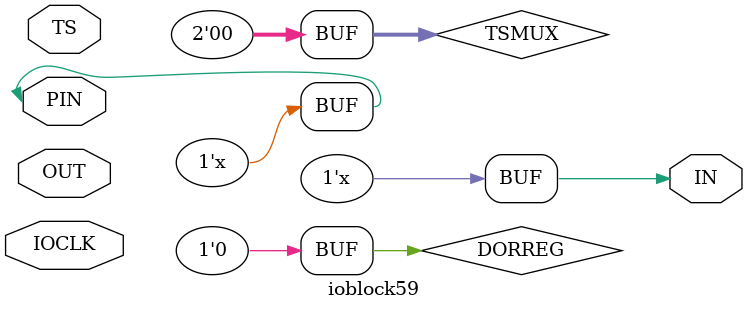
<source format=v>
module ioblock59(
	       inout  PIN,
	       input  TS,
	       input  OUT,
	       output IN,
	       input IOCLK
	       );
   
   reg 		     D;
   reg [2-1:0] 	     TSMUX;
   reg 		     DORREG;

   assign PIN = ( TSMUX == 2'b00 ) ? 1'bz : (( TSMUX == 2'b01 && TS == 1'b1 ) ? OUT : (( TSMUX == 2'b01 && TS == 1'b0 ) ? 1'bz : OUT));
   assign IN  = ( DORREG == 1'b0 ) ? PIN  : D;
   
   initial
     begin
	D=1'b0;
	TSMUX=2'b00;
	DORREG=1'b0;
     end
   
   always @(posedge IOCLK) D=PIN;
   
endmodule       

</source>
